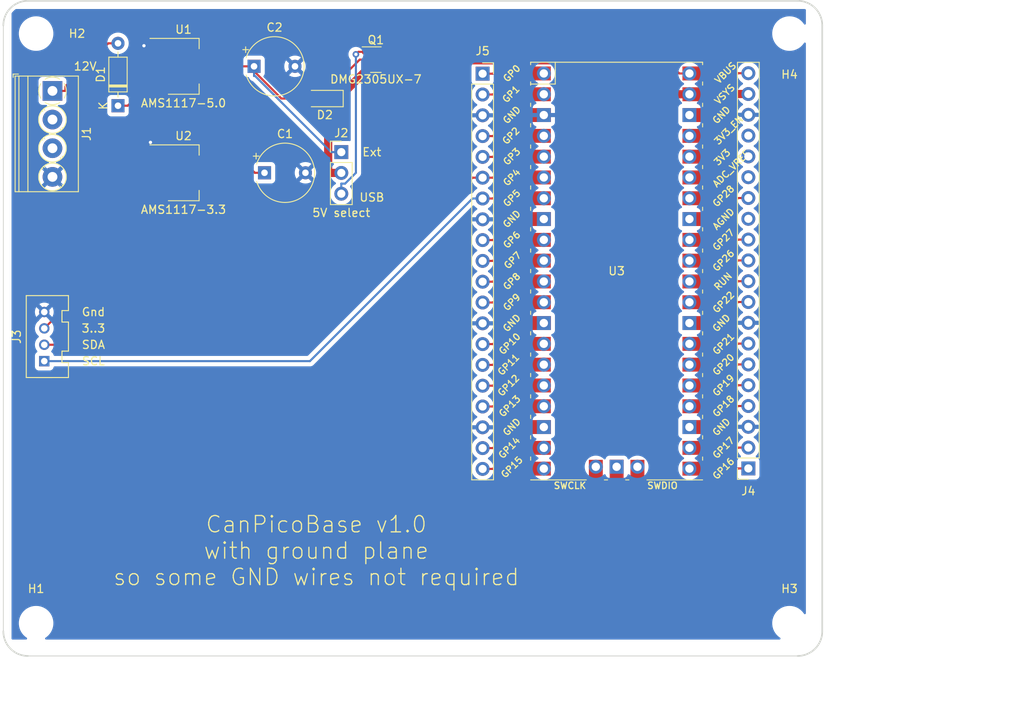
<source format=kicad_pcb>
(kicad_pcb (version 20211014) (generator pcbnew)
  (layers (0 "F.Cu" signal) (31 "B.Cu" signal) (34 "B.Paste" user) (35 "F.Paste" user) (36 "B.SilkS" user "B.Silkscreen") (37 "F.SilkS" user "F.Silkscreen") (38 "B.Mask" user) (39 "F.Mask" user) (44 "Edge.Cuts" user))
  (net 0 "")
  (net 1 "/5V")
  (net 4 "/12V")
  (net 5 "/VBUS")
  (net 6 "/VSYS")
  (net 23 "/3v3")
  (net 24 "/SDA")
  (net 25 "/SCL")
  (net 26 "Net-(D1-Pad2)")
  (net 27 "GND")
  (net 29 "Net-(J4-Pad1)")
  (net 30 "Net-(J4-Pad2)")
  (net 31 "Net-(J4-Pad4)")
  (net 32 "Net-(J4-Pad5)")
  (net 33 "Net-(J4-Pad6)")
  (net 34 "Net-(J4-Pad7)")
  (net 35 "Net-(J4-Pad9)")
  (net 36 "Net-(J4-Pad10)")
  (net 37 "Net-(J4-Pad11)")
  (net 38 "Net-(J4-Pad12)")
  (net 39 "Net-(J4-Pad14)")
  (net 40 "Net-(J5-Pad1)")
  (net 41 "Net-(J5-Pad2)")
  (net 42 "Net-(J5-Pad4)")
  (net 43 "Net-(J5-Pad5)")
  (net 44 "Net-(J5-Pad9)")
  (net 45 "Net-(J5-Pad10)")
  (net 46 "Net-(J5-Pad11)")
  (net 47 "Net-(J5-Pad12)")
  (net 48 "Net-(J5-Pad14)")
  (net 49 "Net-(J5-Pad15)")
  (net 50 "Net-(J5-Pad16)")
  (net 51 "Net-(J5-Pad17)")
  (net 52 "Net-(J5-Pad19)")
  (net 53 "Net-(J5-Pad20)")
  (footprint "MountingHole:MountingHole_3.2mm_M3" (layer "F.Cu") (at 196 96)
    (fp_text reference "H3" (at 0 -4.2) (layer "F.SilkS"))
    (fp_text value "MountingHole" hide)
    (pad "" np_thru_hole circle (at 0 0) (size 3.2 3.2) (drill 3.2) (layers *.Cu *.Mask))
  )
  (footprint "Package_TO_SOT_SMD:SOT-23" (layer "F.Cu") (at 145.4886 27.1815)
    (fp_text reference "Q1" (at 0 -2.4) (layer "F.SilkS"))
    (fp_text value "DMG2305UX-7" (at 0 2.4) (layer "F.SilkS"))
    (pad "1" smd roundrect (at -0.9375 -0.95) (size 1.475 0.6) (layers "F.Cu" "F.Paste" "F.Mask") (net 5 "/VBUS"))
    (pad "2" smd roundrect (at -0.9375 0.95) (size 1.475 0.6) (layers "F.Cu" "F.Paste" "F.Mask") (net 6 "/VSYS"))
    (pad "3" smd roundrect (at 0.9375 0) (size 1.475 0.6) (layers "F.Cu" "F.Paste" "F.Mask") (net 1 "/5V"))
  )
  (footprint "Package_TO_SOT_SMD:SOT-223-3_TabPin2" (layer "F.Cu") (at 122 41)
    (fp_text reference "U2" (at 0 -4.5) (layer "F.SilkS"))
    (fp_text value "AMS1117-3.3" (at 0 4.5) (layer "F.SilkS"))
    (pad "1" smd rect (at -3.15 -2.3) (size 2 1.5) (layers "F.Cu" "F.Paste" "F.Mask") (net 27 "GND"))
    (pad "2" smd rect (at -3.15 0) (size 2 1.5) (layers "F.Cu" "F.Paste" "F.Mask") (net 23 "/3v3"))
    (pad "2" smd rect (at 3.15 0) (size 2 3.8) (layers "F.Cu" "F.Paste" "F.Mask") (net 23 "/3v3"))
    (pad "3" smd rect (at -3.15 2.3) (size 2 1.5) (layers "F.Cu" "F.Paste" "F.Mask") (net 6 "/VSYS"))
  )
  (footprint "Diode_THT:D_DO-35_SOD27_P7.62mm_Horizontal" (layer "F.Cu") (at 114 32.81 90)
    (fp_text reference "D1" (at 3.81 -2.12 90) (layer "F.SilkS"))
    (fp_text value "1N4148")
    (fp_text user "K" (at 0 -1.8 90) (layer "F.SilkS"))
    (pad "1" thru_hole rect (at 0 0 90) (size 1.6 1.6) (drill 0.8) (layers *.Cu *.Mask) (net 4 "/12V"))
    (pad "2" thru_hole oval (at 7.62 0 90) (size 1.6 1.6) (drill 0.8) (layers *.Cu *.Mask) (net 26 "Net-(D1-Pad2)"))
  )
  (footprint "Connector_PinSocket_2.54mm:PinSocket_1x20_P2.54mm_Vertical" (layer "F.Cu") (at 158.525 28.9)
    (fp_text reference "J5" (at 0 -2.77) (layer "F.SilkS"))
    (fp_text value "Conn_01x20_Male")
    (pad "1" thru_hole rect (at 0 0) (size 1.7 1.7) (drill 1) (layers *.Cu *.Mask) (net 40 "Net-(J5-Pad1)"))
    (pad "2" thru_hole oval (at 0 2.54) (size 1.7 1.7) (drill 1) (layers *.Cu *.Mask) (net 41 "Net-(J5-Pad2)"))
    (pad "3" thru_hole oval (at 0 5.08) (size 1.7 1.7) (drill 1) (layers *.Cu *.Mask) (net 27 "GND"))
    (pad "4" thru_hole oval (at 0 7.62) (size 1.7 1.7) (drill 1) (layers *.Cu *.Mask) (net 42 "Net-(J5-Pad4)"))
    (pad "5" thru_hole oval (at 0 10.16) (size 1.7 1.7) (drill 1) (layers *.Cu *.Mask) (net 43 "Net-(J5-Pad5)"))
    (pad "6" thru_hole oval (at 0 12.7) (size 1.7 1.7) (drill 1) (layers *.Cu *.Mask) (net 24 "/SDA"))
    (pad "7" thru_hole oval (at 0 15.24) (size 1.7 1.7) (drill 1) (layers *.Cu *.Mask) (net 25 "/SCL"))
    (pad "8" thru_hole oval (at 0 17.78) (size 1.7 1.7) (drill 1) (layers *.Cu *.Mask) (net 27 "GND"))
    (pad "9" thru_hole oval (at 0 20.32) (size 1.7 1.7) (drill 1) (layers *.Cu *.Mask) (net 44 "Net-(J5-Pad9)"))
    (pad "10" thru_hole oval (at 0 22.86) (size 1.7 1.7) (drill 1) (layers *.Cu *.Mask) (net 45 "Net-(J5-Pad10)"))
    (pad "11" thru_hole oval (at 0 25.4) (size 1.7 1.7) (drill 1) (layers *.Cu *.Mask) (net 46 "Net-(J5-Pad11)"))
    (pad "12" thru_hole oval (at 0 27.94) (size 1.7 1.7) (drill 1) (layers *.Cu *.Mask) (net 47 "Net-(J5-Pad12)"))
    (pad "13" thru_hole oval (at 0 30.48) (size 1.7 1.7) (drill 1) (layers *.Cu *.Mask) (net 27 "GND"))
    (pad "14" thru_hole oval (at 0 33.02) (size 1.7 1.7) (drill 1) (layers *.Cu *.Mask) (net 48 "Net-(J5-Pad14)"))
    (pad "15" thru_hole oval (at 0 35.56) (size 1.7 1.7) (drill 1) (layers *.Cu *.Mask) (net 49 "Net-(J5-Pad15)"))
    (pad "16" thru_hole oval (at 0 38.1) (size 1.7 1.7) (drill 1) (layers *.Cu *.Mask) (net 50 "Net-(J5-Pad16)"))
    (pad "17" thru_hole oval (at 0 40.64) (size 1.7 1.7) (drill 1) (layers *.Cu *.Mask) (net 51 "Net-(J5-Pad17)"))
    (pad "18" thru_hole oval (at 0 43.18) (size 1.7 1.7) (drill 1) (layers *.Cu *.Mask) (net 27 "GND"))
    (pad "19" thru_hole oval (at 0 45.72) (size 1.7 1.7) (drill 1) (layers *.Cu *.Mask) (net 52 "Net-(J5-Pad19)"))
    (pad "20" thru_hole oval (at 0 48.26) (size 1.7 1.7) (drill 1) (layers *.Cu *.Mask) (net 53 "Net-(J5-Pad20)"))
  )
  (footprint "Diode_SMD:D_SOD-123" (layer "F.Cu") (at 139.2534 31.9345 180)
    (fp_text reference "D2" (at 0 -2) (layer "F.SilkS"))
    (fp_text value "CUS05540")
    (pad "1" smd rect (at -1.65 0 180) (size 0.9 1.2) (layers "F.Cu" "F.Paste" "F.Mask") (net 6 "/VSYS"))
    (pad "2" smd rect (at 1.65 0 180) (size 0.9 1.2) (layers "F.Cu" "F.Paste" "F.Mask") (net 1 "/5V"))
  )
  (footprint "OPL_Connector:HW4-2.0" (layer "F.Cu") (at 105 61 90)
    (fp_text reference "J3" (at -0.025 -3.375 90) (layer "F.SilkS"))
    (fp_text value "Grove 2mm")
    (pad "1" thru_hole rect locked (at -2.99974 0 90) (size 1.27 1.27) (drill 0.79756) (layers *.Cu *.Mask) (net 25 "/SCL"))
    (pad "2" thru_hole circle locked (at -0.99822 0 90) (size 1.27 1.27) (drill 0.79756) (layers *.Cu *.Mask) (net 24 "/SDA"))
    (pad "3" thru_hole circle locked (at 0.99822 0 90) (size 1.27 1.27) (drill 0.79756) (layers *.Cu *.Mask) (net 23 "/3v3"))
    (pad "4" thru_hole circle locked (at 2.99974 0 90) (size 1.27 1.27) (drill 0.79756) (layers *.Cu *.Mask) (net 27 "GND"))
  )
  (footprint "Capacitor_THT:CP_Radial_Tantal_D7.0mm_P5.00mm" (layer "F.Cu") (at 131.8924 41)
    (fp_text reference "C1" (at 2.5 -4.75) (layer "F.SilkS"))
    (fp_text value "22uF")
    (pad "1" thru_hole rect (at 0 0) (size 1.6 1.6) (drill 0.8) (layers *.Cu *.Mask) (net 23 "/3v3"))
    (pad "2" thru_hole circle (at 5 0) (size 1.6 1.6) (drill 0.8) (layers *.Cu *.Mask) (net 27 "GND"))
  )
  (footprint "MountingHole:MountingHole_3.2mm_M3" (layer "F.Cu") (at 104 96)
    (fp_text reference "H1" (at 0 -4.2) (layer "F.SilkS"))
    (fp_text value "MountingHole" hide)
    (pad "" np_thru_hole circle (at 0 0) (size 3.2 3.2) (drill 3.2) (layers *.Cu *.Mask))
  )
  (footprint "MountingHole:MountingHole_3.2mm_M3" (layer "F.Cu") (at 196 24)
    (fp_text reference "H4" (at 0 5) (layer "F.SilkS"))
    (fp_text value "MountingHole" hide)
    (pad "" np_thru_hole circle (at 0 0) (size 3.2 3.2) (drill 3.2) (layers *.Cu *.Mask))
  )
  (footprint "MCU_RaspberryPi_and_Boards:RP2040Pico" (layer "F.Cu") (at 174.89 53)
    (fp_text reference "U3" (at 0 0) (layer "F.SilkS"))
    (fp_text value "Pico")
    (fp_text user "GND" (at -12.8 19.05 45) (layer "F.SilkS") (effects (font (size 0.8 0.8))))
    (fp_text user "GND" (at 12.8 -19.05 45) (layer "F.SilkS") (effects (font (size 0.8 0.8))))
    (fp_text user "VSYS" (at 13.2 -21.59 45) (layer "F.SilkS") (effects (font (size 0.8 0.8))))
    (fp_text user "GND" (at 12.8 19.05 45) (layer "F.SilkS") (effects (font (size 0.8 0.8))))
    (fp_text user "GP18" (at 13.054 16.51 45) (layer "F.SilkS") (effects (font (size 0.8 0.8))))
    (fp_text user "GP19" (at 13.054 13.97 45) (layer "F.SilkS") (effects (font (size 0.8 0.8))))
    (fp_text user "GP5" (at -12.8 -8.89 45) (layer "F.SilkS") (effects (font (size 0.8 0.8))))
    (fp_text user "GP20" (at 13.054 11.43 45) (layer "F.SilkS") (effects (font (size 0.8 0.8))))
    (fp_text user "AGND" (at 13.054 -6.35 45) (layer "F.SilkS") (effects (font (size 0.8 0.8))))
    (fp_text user "GP1" (at -12.9 -21.6 45) (layer "F.SilkS") (effects (font (size 0.8 0.8))))
    (fp_text user "GP14" (at -13.1 21.59 45) (layer "F.SilkS") (effects (font (size 0.8 0.8))))
    (fp_text user "GP15" (at -12.791667 23.959394 45) (layer "F.SilkS") (effects (font (size 0.8 0.8))))
    (fp_text user "RUN" (at 13 1.27 45) (layer "F.SilkS") (effects (font (size 0.8 0.8))))
    (fp_text user "ADC_VREF" (at 14 -12.5 45) (layer "F.SilkS") (effects (font (size 0.8 0.8))))
    (fp_text user "GP28" (at 13.054 -9.144 45) (layer "F.SilkS") (effects (font (size 0.8 0.8))))
    (fp_text user "SWDIO" (at 5.6 26.2) (layer "F.SilkS") (effects (font (size 0.8 0.8))))
    (fp_text user "GP12" (at -13.2 13.97 45) (layer "F.SilkS") (effects (font (size 0.8 0.8))))
    (fp_text user "GP7" (at -12.7 -1.3 45) (layer "F.SilkS") (effects (font (size 0.8 0.8))))
    (fp_text user "GND" (at 12.8 6.35 45) (layer "F.SilkS") (effects (font (size 0.8 0.8))))
    (fp_text user "GND" (at -12.8 6.35 45) (layer "F.SilkS") (effects (font (size 0.8 0.8))))
    (fp_text user "GND" (at -12.8 -6.35 45) (layer "F.SilkS") (effects (font (size 0.8 0.8))))
    (fp_text user "GP26" (at 13.054 -1.27 45) (layer "F.SilkS") (effects (font (size 0.8 0.8))))
    (fp_text user "SWCLK" (at -5.7 26.2) (layer "F.SilkS") (effects (font (size 0.8 0.8))))
    (fp_text user "GP27" (at 13.054 -3.8 45) (layer "F.SilkS") (effects (font (size 0.8 0.8))))
    (fp_text user "GP4" (at -12.8 -11.43 45) (layer "F.SilkS") (effects (font (size 0.8 0.8))))
    (fp_text user "GP16" (at 13.054 24.13 45) (layer "F.SilkS") (effects (font (size 0.8 0.8))))
    (fp_text user "GP11" (at -13.2 11.43 45) (layer "F.SilkS") (effects (font (size 0.8 0.8))))
    (fp_text user "GND" (at -12.8 -19.05 45) (layer "F.SilkS") (effects (font (size 0.8 0.8))))
    (fp_text user "3V3_EN" (at 13.7 -17.2 45) (layer "F.SilkS") (effects (font (size 0.8 0.8))))
    (fp_text user "GP13" (at -13.054 16.51 45) (layer "F.SilkS") (effects (font (size 0.8 0.8))))
    (fp_text user "GP22" (at 13.054 3.81 45) (layer "F.SilkS") (effects (font (size 0.8 0.8))))
    (fp_text user "GP2" (at -12.9 -16.51 45) (layer "F.SilkS") (effects (font (size 0.8 0.8))))
    (fp_text user "GP6" (at -12.8 -3.81 45) (layer "F.SilkS") (effects (font (size 0.8 0.8))))
    (fp_text user "GP8" (at -12.8 1.27 45) (layer "F.SilkS") (effects (font (size 0.8 0.8))))
    (fp_text user "GP9" (at -12.8 3.81 45) (layer "F.SilkS") (effects (font (size 0.8 0.8))))
    (fp_text user "GP10" (at -13.054 8.89 45) (layer "F.SilkS") (effects (font (size 0.8 0.8))))
    (fp_text user "VBUS" (at 13.3 -24.2 45) (layer "F.SilkS") (effects (font (size 0.8 0.8))))
    (fp_text user "3V3" (at 12.9 -13.9 45) (layer "F.SilkS") (effects (font (size 0.8 0.8))))
    (fp_text user "GP21" (at 13.054 8.9 45) (layer "F.SilkS") (effects (font (size 0.8 0.8))))
    (fp_text user "GP0" (at -12.8 -24.13 45) (layer "F.SilkS") (effects (font (size 0.8 0.8))))
    (fp_text user "GP3" (at -12.8 -13.97 45) (layer "F.SilkS") (effects (font (size 0.8 0.8))))
    (fp_text user "GP17" (at 13.054 21.59 45) (layer "F.SilkS") (effects (font (size 0.8 0.8))))
    (pad "1" thru_hole oval (at -8.89 -24.13) (size 1.7 1.7) (drill 1.02) (layers *.Cu *.Mask) (net 40 "Net-(J5-Pad1)"))
    (pad "1" smd rect (at -8.89 -24.13) (size 3.5 1.7) (drill (offset -0.9 0)) (layers "F.Cu" "F.Mask") (net 40 "Net-(J5-Pad1)"))
    (pad "2" thru_hole oval (at -8.89 -21.59) (size 1.7 1.7) (drill 1.02) (layers *.Cu *.Mask) (net 41 "Net-(J5-Pad2)"))
    (pad "2" smd rect (at -8.89 -21.59) (size 3.5 1.7) (drill (offset -0.9 0)) (layers "F.Cu" "F.Mask") (net 41 "Net-(J5-Pad2)"))
    (pad "3" smd rect (at -8.89 -19.05) (size 3.5 1.7) (drill (offset -0.9 0)) (layers "F.Cu" "F.Mask") (net 27 "GND"))
    (pad "3" thru_hole rect (at -8.89 -19.05) (size 1.7 1.7) (drill 1.02) (layers *.Cu *.Mask) (net 27 "GND"))
    (pad "4" smd rect (at -8.89 -16.51) (size 3.5 1.7) (drill (offset -0.9 0)) (layers "F.Cu" "F.Mask") (net 42 "Net-(J5-Pad4)"))
    (pad "4" thru_hole oval (at -8.89 -16.51) (size 1.7 1.7) (drill 1.02) (layers *.Cu *.Mask) (net 42 "Net-(J5-Pad4)"))
    (pad "5" smd rect (at -8.89 -13.97) (size 3.5 1.7) (drill (offset -0.9 0)) (layers "F.Cu" "F.Mask") (net 43 "Net-(J5-Pad5)"))
    (pad "5" thru_hole oval (at -8.89 -13.97) (size 1.7 1.7) (drill 1.02) (layers *.Cu *.Mask) (net 43 "Net-(J5-Pad5)"))
    (pad "6" smd rect (at -8.89 -11.43) (size 3.5 1.7) (drill (offset -0.9 0)) (layers "F.Cu" "F.Mask") (net 24 "/SDA"))
    (pad "6" thru_hole oval (at -8.89 -11.43) (size 1.7 1.7) (drill 1.02) (layers *.Cu *.Mask) (net 24 "/SDA"))
    (pad "7" thru_hole oval (at -8.89 -8.89) (size 1.7 1.7) (drill 1.02) (layers *.Cu *.Mask) (net 25 "/SCL"))
    (pad "7" smd rect (at -8.89 -8.89) (size 3.5 1.7) (drill (offset -0.9 0)) (layers "F.Cu" "F.Mask") (net 25 "/SCL"))
    (pad "8" smd rect (at -8.89 -6.35) (size 3.5 1.7) (drill (offset -0.9 0)) (layers "F.Cu" "F.Mask"))
    (pad "8" thru_hole rect (at -8.89 -6.35) (size 1.7 1.7) (drill 1.02) (layers *.Cu *.Mask))
    (pad "9" smd rect (at -8.89 -3.81) (size 3.5 1.7) (drill (offset -0.9 0)) (layers "F.Cu" "F.Mask") (net 44 "Net-(J5-Pad9)"))
    (pad "9" thru_hole oval (at -8.89 -3.81) (size 1.7 1.7) (drill 1.02) (layers *.Cu *.Mask) (net 44 "Net-(J5-Pad9)"))
    (pad "10" smd rect (at -8.89 -1.27) (size 3.5 1.7) (drill (offset -0.9 0)) (layers "F.Cu" "F.Mask") (net 45 "Net-(J5-Pad10)"))
    (pad "10" thru_hole oval (at -8.89 -1.27) (size 1.7 1.7) (drill 1.02) (layers *.Cu *.Mask) (net 45 "Net-(J5-Pad10)"))
    (pad "11" smd rect (at -8.89 1.27) (size 3.5 1.7) (drill (offset -0.9 0)) (layers "F.Cu" "F.Mask") (net 46 "Net-(J5-Pad11)"))
    (pad "11" thru_hole oval (at -8.89 1.27) (size 1.7 1.7) (drill 1.02) (layers *.Cu *.Mask) (net 46 "Net-(J5-Pad11)"))
    (pad "12" thru_hole oval (at -8.89 3.81) (size 1.7 1.7) (drill 1.02) (layers *.Cu *.Mask) (net 47 "Net-(J5-Pad12)"))
    (pad "12" smd rect (at -8.89 3.81) (size 3.5 1.7) (drill (offset -0.9 0)) (layers "F.Cu" "F.Mask") (net 47 "Net-(J5-Pad12)"))
    (pad "13" smd rect (at -8.89 6.35) (size 3.5 1.7) (drill (offset -0.9 0)) (layers "F.Cu" "F.Mask"))
    (pad "13" thru_hole rect (at -8.89 6.35) (size 1.7 1.7) (drill 1.02) (layers *.Cu *.Mask))
    (pad "14" thru_hole oval (at -8.89 8.89) (size 1.7 1.7) (drill 1.02) (layers *.Cu *.Mask) (net 48 "Net-(J5-Pad14)"))
    (pad "14" smd rect (at -8.89 8.89) (size 3.5 1.7) (drill (offset -0.9 0)) (layers "F.Cu" "F.Mask") (net 48 "Net-(J5-Pad14)"))
    (pad "15" thru_hole oval (at -8.89 11.43) (size 1.7 1.7) (drill 1.02) (layers *.Cu *.Mask) (net 49 "Net-(J5-Pad15)"))
    (pad "15" smd rect (at -8.89 11.43) (size 3.5 1.7) (drill (offset -0.9 0)) (layers "F.Cu" "F.Mask") (net 49 "Net-(J5-Pad15)"))
    (pad "16" thru_hole oval (at -8.89 13.97) (size 1.7 1.7) (drill 1.02) (layers *.Cu *.Mask) (net 50 "Net-(J5-Pad16)"))
    (pad "16" smd rect (at -8.89 13.97) (size 3.5 1.7) (drill (offset -0.9 0)) (layers "F.Cu" "F.Mask") (net 50 "Net-(J5-Pad16)"))
    (pad "17" smd rect (at -8.89 16.51) (size 3.5 1.7) (drill (offset -0.9 0)) (layers "F.Cu" "F.Mask") (net 51 "Net-(J5-Pad17)"))
    (pad "17" thru_hole oval (at -8.89 16.51) (size 1.7 1.7) (drill 1.02) (layers *.Cu *.Mask) (net 51 "Net-(J5-Pad17)"))
    (pad "18" smd rect (at -8.89 19.05) (size 3.5 1.7) (drill (offset -0.9 0)) (layers "F.Cu" "F.Mask"))
    (pad "18" thru_hole rect (at -8.89 19.05) (size 1.7 1.7) (drill 1.02) (layers *.Cu *.Mask))
    (pad "19" thru_hole oval (at -8.89 21.59) (size 1.7 1.7) (drill 1.02) (layers *.Cu *.Mask) (net 52 "Net-(J5-Pad19)"))
    (pad "19" smd rect (at -8.89 21.59) (size 3.5 1.7) (drill (offset -0.9 0)) (layers "F.Cu" "F.Mask") (net 52 "Net-(J5-Pad19)"))
    (pad "20" smd rect (at -8.89 24.13) (size 3.5 1.7) (drill (offset -0.9 0)) (layers "F.Cu" "F.Mask") (net 53 "Net-(J5-Pad20)"))
    (pad "20" thru_hole oval (at -8.89 24.13) (size 1.7 1.7) (drill 1.02) (layers *.Cu *.Mask) (net 53 "Net-(J5-Pad20)"))
    (pad "21" smd rect (at 8.89 24.13) (size 3.5 1.7) (drill (offset 0.9 0)) (layers "F.Cu" "F.Mask") (net 29 "Net-(J4-Pad1)"))
    (pad "21" thru_hole oval (at 8.89 24.13) (size 1.7 1.7) (drill 1.02) (layers *.Cu *.Mask) (net 29 "Net-(J4-Pad1)"))
    (pad "22" thru_hole oval (at 8.89 21.59) (size 1.7 1.7) (drill 1.02) (layers *.Cu *.Mask) (net 30 "Net-(J4-Pad2)"))
    (pad "22" smd rect (at 8.89 21.59) (size 3.5 1.7) (drill (offset 0.9 0)) (layers "F.Cu" "F.Mask") (net 30 "Net-(J4-Pad2)"))
    (pad "23" smd rect (at 8.89 19.05) (size 3.5 1.7) (drill (offset 0.9 0)) (layers "F.Cu" "F.Mask"))
    (pad "23" thru_hole rect (at 8.89 19.05) (size 1.7 1.7) (drill 1.02) (layers *.Cu *.Mask))
    (pad "24" smd rect (at 8.89 16.51) (size 3.5 1.7) (drill (offset 0.9 0)) (layers "F.Cu" "F.Mask") (net 31 "Net-(J4-Pad4)"))
    (pad "24" thru_hole oval (at 8.89 16.51) (size 1.7 1.7) (drill 1.02) (layers *.Cu *.Mask) (net 31 "Net-(J4-Pad4)"))
    (pad "25" smd rect (at 8.89 13.97) (size 3.5 1.7) (drill (offset 0.9 0)) (layers "F.Cu" "F.Mask") (net 32 "Net-(J4-Pad5)"))
    (pad "25" thru_hole oval (at 8.89 13.97) (size 1.7 1.7) (drill 1.02) (layers *.Cu *.Mask) (net 32 "Net-(J4-Pad5)"))
    (pad "26" smd rect (at 8.89 11.43) (size 3.5 1.7) (drill (offset 0.9 0)) (layers "F.Cu" "F.Mask") (net 33 "Net-(J4-Pad6)"))
    (pad "26" thru_hole oval (at 8.89 11.43) (size 1.7 1.7) (drill 1.02) (layers *.Cu *.Mask) (net 33 "Net-(J4-Pad6)"))
    (pad "27" smd rect (at 8.89 8.89) (size 3.5 1.7) (drill (offset 0.9 0)) (layers "F.Cu" "F.Mask") (net 34 "Net-(J4-Pad7)"))
    (pad "27" thru_hole oval (at 8.89 8.89) (size 1.7 1.7) (drill 1.02) (layers *.Cu *.Mask) (net 34 "Net-(J4-Pad7)"))
    (pad "28" thru_hole rect (at 8.89 6.35) (size 1.7 1.7) (drill 1.02) (layers *.Cu *.Mask))
    (pad "28" smd rect (at 8.89 6.35) (size 3.5 1.7) (drill (offset 0.9 0)) (layers "F.Cu" "F.Mask"))
    (pad "29" smd rect (at 8.89 3.81) (size 3.5 1.7) (drill (offset 0.9 0)) (layers "F.Cu" "F.Mask") (net 35 "Net-(J4-Pad9)"))
    (pad "29" thru_hole oval (at 8.89 3.81) (size 1.7 1.7) (drill 1.02) (layers *.Cu *.Mask) (net 35 "Net-(J4-Pad9)"))
    (pad "30" thru_hole oval (at 8.89 1.27) (size 1.7 1.7) (drill 1.02) (layers *.Cu *.Mask) (net 36 "Net-(J4-Pad10)"))
    (pad "30" smd rect (at 8.89 1.27) (size 3.5 1.7) (drill (offset 0.9 0)) (layers "F.Cu" "F.Mask") (net 36 "Net-(J4-Pad10)"))
    (pad "31" smd rect (at 8.89 -1.27) (size 3.5 1.7) (drill (offset 0.9 0)) (layers "F.Cu" "F.Mask") (net 37 "Net-(J4-Pad11)"))
    (pad "31" thru_hole oval (at 8.89 -1.27) (size 1.7 1.7) (drill 1.02) (layers *.Cu *.Mask) (net 37 "Net-(J4-Pad11)"))
    (pad "32" smd rect (at 8.89 -3.81) (size 3.5 1.7) (drill (offset 0.9 0)) (layers "F.Cu" "F.Mask") (net 38 "Net-(J4-Pad12)"))
    (pad "32" thru_hole oval (at 8.89 -3.81) (size 1.7 1.7) (drill 1.02) (layers *.Cu *.Mask) (net 38 "Net-(J4-Pad12)"))
    (pad "33" thru_hole rect (at 8.89 -6.35) (size 1.7 1.7) (drill 1.02) (layers *.Cu *.Mask))
    (pad "33" smd rect (at 8.89 -6.35) (size 3.5 1.7) (drill (offset 0.9 0)) (layers "F.Cu" "F.Mask"))
    (pad "34" smd rect (at 8.89 -8.89) (size 3.5 1.7) (drill (offset 0.9 0)) (layers "F.Cu" "F.Mask") (net 39 "Net-(J4-Pad14)"))
    (pad "34" thru_hole oval (at 8.89 -8.89) (size 1.7 1.7) (drill 1.02) (layers *.Cu *.Mask) (net 39 "Net-(J4-Pad14)"))
    (pad "35" thru_hole oval (at 8.89 -11.43) (size 1.7 1.7) (drill 1.02) (layers *.Cu *.Mask))
    (pad "35" smd rect (at 8.89 -11.43) (size 3.5 1.7) (drill (offset 0.9 0)) (layers "F.Cu" "F.Mask"))
    (pad "36" thru_hole oval (at 8.89 -13.97) (size 1.7 1.7) (drill 1.02) (layers *.Cu *.Mask))
    (pad "36" smd rect (at 8.89 -13.97) (size 3.5 1.7) (drill (offset 0.9 0)) (layers "F.Cu" "F.Mask"))
    (pad "37" thru_hole oval (at 8.89 -16.51) (size 1.7 1.7) (drill 1.02) (layers *.Cu *.Mask))
    (pad "37" smd rect (at 8.89 -16.51) (size 3.5 1.7) (drill (offset 0.9 0)) (layers "F.Cu" "F.Mask"))
    (pad "38" thru_hole rect (at 8.89 -19.05) (size 1.7 1.7) (drill 1.02) (layers *.Cu *.Mask))
    (pad "38" smd rect (at 8.89 -19.05) (size 3.5 1.7) (drill (offset 0.9 0)) (layers "F.Cu" "F.Mask"))
    (pad "39" smd rect (at 8.89 -21.59) (size 3.5 1.7) (drill (offset 0.9 0)) (layers "F.Cu" "F.Mask") (net 6 "/VSYS"))
    (pad "39" thru_hole oval (at 8.89 -21.59) (size 1.7 1.7) (drill 1.02) (layers *.Cu *.Mask) (net 6 "/VSYS"))
    (pad "40" smd rect (at 8.89 -24.13) (size 3.5 1.7) (drill (offset 0.9 0)) (layers "F.Cu" "F.Mask") (net 5 "/VBUS"))
    (pad "40" thru_hole oval (at 8.89 -24.13) (size 1.7 1.7) (drill 1.02) (layers *.Cu *.Mask) (net 5 "/VBUS"))
    (pad "41" smd rect (at -2.54 23.9 90) (size 3.5 1.7) (drill (offset -0.9 0)) (layers "F.Cu" "F.Mask"))
    (pad "41" thru_hole oval (at -2.54 23.9) (size 1.7 1.7) (drill 1.02) (layers *.Cu *.Mask))
    (pad "42" smd rect (at 0 23.9 90) (size 3.5 1.7) (drill (offset -0.9 0)) (layers "F.Cu" "F.Mask"))
    (pad "42" thru_hole rect (at 0 23.9) (size 1.7 1.7) (drill 1.02) (layers *.Cu *.Mask))
    (pad "43" smd rect (at 2.54 23.9 90) (size 3.5 1.7) (drill (offset -0.9 0)) (layers "F.Cu" "F.Mask"))
    (pad "43" thru_hole oval (at 2.54 23.9) (size 1.7 1.7) (drill 1.02) (layers *.Cu *.Mask))
  )
  (footprint "MountingHole:MountingHole_3.2mm_M3" (layer "F.Cu") (at 104 24)
    (fp_text reference "H2" (at 5 0) (layer "F.SilkS"))
    (fp_text value "MountingHole" hide)
    (pad "" np_thru_hole circle (at 0 0) (size 3.2 3.2) (drill 3.2) (layers F&B.Cu *.Mask))
  )
  (footprint "Capacitor_THT:CP_Radial_Tantal_D7.0mm_P5.00mm" (layer "F.Cu") (at 130.6147 28)
    (fp_text reference "C2" (at 2.5 -4.75) (layer "F.SilkS"))
    (fp_text value "22uF")
    (pad "1" thru_hole rect (at 0 0) (size 1.6 1.6) (drill 0.8) (layers *.Cu *.Mask) (net 1 "/5V"))
    (pad "2" thru_hole circle (at 5 0) (size 1.6 1.6) (drill 0.8) (layers *.Cu *.Mask) (net 27 "GND"))
  )
  (footprint "Connector_PinHeader_2.54mm:PinHeader_1x03_P2.54mm_Vertical" (layer "F.Cu") (at 141.27 38.475)
    (fp_text reference "J2" (at 0 -2.33) (layer "F.SilkS"))
    (fp_text value "5V select" (at 0 7.41) (layer "F.SilkS"))
    (pad "1" thru_hole rect (at 0 0) (size 1.7 1.7) (drill 1) (layers *.Cu *.Mask) (net 1 "/5V"))
    (pad "2" thru_hole oval (at 0 2.54) (size 1.7 1.7) (drill 1) (layers *.Cu *.Mask) (net 6 "/VSYS"))
    (pad "3" thru_hole oval (at 0 5.08) (size 1.7 1.7) (drill 1) (layers *.Cu *.Mask) (net 5 "/VBUS"))
  )
  (footprint "Package_TO_SOT_SMD:SOT-223-3_TabPin2" (layer "F.Cu") (at 122 28)
    (fp_text reference "U1" (at 0 -4.5) (layer "F.SilkS"))
    (fp_text value "AMS1117-5.0" (at 0 4.5) (layer "F.SilkS"))
    (pad "1" smd rect (at -3.15 -2.3) (size 2 1.5) (layers "F.Cu" "F.Paste" "F.Mask") (net 27 "GND"))
    (pad "2" smd rect (at -3.15 0) (size 2 1.5) (layers "F.Cu" "F.Paste" "F.Mask") (net 1 "/5V"))
    (pad "2" smd rect (at 3.15 0) (size 2 3.8) (layers "F.Cu" "F.Paste" "F.Mask") (net 1 "/5V"))
    (pad "3" smd rect (at -3.15 2.3) (size 2 1.5) (layers "F.Cu" "F.Paste" "F.Mask") (net 4 "/12V"))
  )
  (footprint "Connector_PinSocket_2.54mm:PinSocket_1x20_P2.54mm_Vertical" (layer "F.Cu") (at 190.975 77.1 180)
    (fp_text reference "J4" (at 0 -2.77 180) (layer "F.SilkS"))
    (fp_text value "Conn_01x20_Male")
    (pad "1" thru_hole rect (at 0 0 180) (size 1.7 1.7) (drill 1) (layers *.Cu *.Mask) (net 29 "Net-(J4-Pad1)"))
    (pad "2" thru_hole oval (at 0 2.54 180) (size 1.7 1.7) (drill 1) (layers *.Cu *.Mask) (net 30 "Net-(J4-Pad2)"))
    (pad "3" thru_hole oval (at 0 5.08 180) (size 1.7 1.7) (drill 1) (layers *.Cu *.Mask) (net 27 "GND"))
    (pad "4" thru_hole oval (at 0 7.62 180) (size 1.7 1.7) (drill 1) (layers *.Cu *.Mask) (net 31 "Net-(J4-Pad4)"))
    (pad "5" thru_hole oval (at 0 10.16 180) (size 1.7 1.7) (drill 1) (layers *.Cu *.Mask) (net 32 "Net-(J4-Pad5)"))
    (pad "6" thru_hole oval (at 0 12.7 180) (size 1.7 1.7) (drill 1) (layers *.Cu *.Mask) (net 33 "Net-(J4-Pad6)"))
    (pad "7" thru_hole oval (at 0 15.24 180) (size 1.7 1.7) (drill 1) (layers *.Cu *.Mask) (net 34 "Net-(J4-Pad7)"))
    (pad "8" thru_hole oval (at 0 17.78 180) (size 1.7 1.7) (drill 1) (layers *.Cu *.Mask) (net 27 "GND"))
    (pad "9" thru_hole oval (at 0 20.32 180) (size 1.7 1.7) (drill 1) (layers *.Cu *.Mask) (net 35 "Net-(J4-Pad9)"))
    (pad "10" thru_hole oval (at 0 22.86 180) (size 1.7 1.7) (drill 1) (layers *.Cu *.Mask) (net 36 "Net-(J4-Pad10)"))
    (pad "11" thru_hole oval (at 0 25.4 180) (size 1.7 1.7) (drill 1) (layers *.Cu *.Mask) (net 37 "Net-(J4-Pad11)"))
    (pad "12" thru_hole oval (at 0 27.94 180) (size 1.7 1.7) (drill 1) (layers *.Cu *.Mask) (net 38 "Net-(J4-Pad12)"))
    (pad "13" thru_hole oval (at 0 30.48 180) (size 1.7 1.7) (drill 1) (layers *.Cu *.Mask))
    (pad "14" thru_hole oval (at 0 33.02 180) (size 1.7 1.7) (drill 1) (layers *.Cu *.Mask) (net 39 "Net-(J4-Pad14)"))
    (pad "15" thru_hole oval (at 0 35.56 180) (size 1.7 1.7) (drill 1) (layers *.Cu *.Mask))
    (pad "16" thru_hole oval (at 0 38.1 180) (size 1.7 1.7) (drill 1) (layers *.Cu *.Mask))
    (pad "17" thru_hole oval (at 0 40.64 180) (size 1.7 1.7) (drill 1) (layers *.Cu *.Mask))
    (pad "18" thru_hole oval (at 0 43.18 180) (size 1.7 1.7) (drill 1) (layers *.Cu *.Mask) (net 27 "GND"))
    (pad "19" thru_hole oval (at 0 45.72 180) (size 1.7 1.7) (drill 1) (layers *.Cu *.Mask) (net 6 "/VSYS"))
    (pad "20" thru_hole oval (at 0 48.26 180) (size 1.7 1.7) (drill 1) (layers *.Cu *.Mask) (net 5 "/VBUS"))
  )
  (footprint "TerminalBlock_Phoenix:TerminalBlock_Phoenix_PT-1,5-4-3.5-H_1x04_P3.50mm_Horizontal" (layer "F.Cu") (at 106 31 -90)
    (fp_text reference "J1" (at 5.25 -4.16 -90) (layer "F.SilkS"))
    (fp_text value "3.50 CBUS ")
    (pad "1" thru_hole rect (at 0 0 270) (size 2.4 2.4) (drill 1.2) (layers *.Cu *.Mask) (net 26 "Net-(D1-Pad2)"))
    (pad "2" thru_hole circle (at 3.5 0 270) (size 2.4 2.4) (drill 1.2) (layers *.Cu *.Mask))
    (pad "3" thru_hole circle (at 7 0 270) (size 2.4 2.4) (drill 1.2) (layers *.Cu *.Mask))
    (pad "4" thru_hole circle (at 10.5 0 270) (size 2.4 2.4) (drill 1.2) (layers *.Cu *.Mask) (net 27 "GND"))
  )
  (gr_line (start 197 20) (end 103 20) (layer "Edge.Cuts") (width 0.2))
  (gr_arc (start 197 20) (mid 199.12132 20.87868) (end 200 23) (layer "Edge.Cuts") (width 0.2))
  (gr_line (start 103 100) (end 197 100) (layer "Edge.Cuts") (width 0.1))
  (gr_arc (start 200 97) (mid 199.12132 99.12132) (end 197 100) (layer "Edge.Cuts") (width 0.2))
  (gr_arc (start 103 100) (mid 100.87868 99.12132) (end 100 97) (layer "Edge.Cuts") (width 0.2))
  (gr_line (start 200 23) (end 200 97) (layer "Edge.Cuts") (width 0.2))
  (gr_arc (start 100 23) (mid 100.87868 20.87868) (end 103 20) (layer "Edge.Cuts") (width 0.2))
  (gr_line (start 100 23) (end 100 97) (layer "Edge.Cuts") (width 0.1))
  (gr_text "3..3\n" (at 111 60) (layer "F.SilkS") (effects (font (size 1 1))))
  (gr_text "USB\n" (at 145 44) (layer "F.SilkS") (effects (font (size 1 1))))
  (gr_text "Ext" (at 145 38.475) (layer "F.SilkS") (effects (font (size 1 1))))
  (gr_text "CanPicoBase v1.0\nwith ground plane\nso some GND wires not required\n" (at 138.2172 87.14837) (layer "F.SilkS") (effects (font (size 2 2))))
  (gr_text "SDA" (at 111 62) (layer "F.SilkS") (effects (font (size 1 1))))
  (gr_text "Gnd\n" (at 111 58) (layer "F.SilkS") (effects (font (size 1 1))))
  (gr_text "12V" (at 110 28) (layer "F.SilkS") (effects (font (size 1 1))))
  (gr_text "SCL" (at 111 64) (layer "F.SilkS") (effects (font (size 1 1))))
  (segment (start 137.6034 31.9345) (end 138.4345 31.9345) (width 0.254) (layer "F.Cu") (net 1))
  (segment (start 125.15 27.9977) (end 120.2334 27.9977) (width 0.254) (layer "F.Cu") (net 1))
  (segment (start 125.15 28) (end 125.15 27.9988) (width 0.254) (layer "F.Cu") (net 1))
  (segment (start 133.9587 31.9345) (end 137.6034 31.9345) (width 0.254) (layer "F.Cu") (net 1))
  (segment (start 130.0242 28) (end 125.1512 28) (width 0.254) (layer "F.Cu") (net 1))
  (segment (start 130.6147 28) (end 130.0242 28) (width 0.254) (layer "F.Cu") (net 1))
  (segment (start 125.1512 28) (end 125.15 27.9988) (width 0.254) (layer "F.Cu") (net 1))
  (segment (start 120.2334 27.9977) (end 120.2311 28) (width 0.254) (layer "F.Cu") (net 1))
  (segment (start 138.4345 31.9345) (end 138.76 31.9345) (width 0.254) (layer "F.Cu") (net 1))
  (segment (start 125.15 27.9988) (end 125.15 27.9977) (width 0.254) (layer "F.Cu") (net 1))
  (segment (start 130.0242 28) (end 133.9587 31.9345) (width 0.254) (layer "F.Cu") (net 1))
  (segment (start 118.85 28) (end 120.2311 28) (width 0.254) (layer "F.Cu") (net 1))
  (segment (start 138.76 31.9345) (end 143.513 27.1815) (width 0.254) (layer "F.Cu") (net 1))
  (segment (start 143.513 27.1815) (end 146.4261 27.1815) (width 0.254) (layer "F.Cu") (net 1))
  (segment (start 130.6147 28) (end 130.6147 29.1811) (width 0.254) (layer "B.Cu") (net 1))
  (segment (start 141.27 38.475) (end 140.0389 38.475) (width 0.254) (layer "B.Cu") (net 1))
  (segment (start 140.0389 38.475) (end 130.745 29.1811) (width 0.254) (layer "B.Cu") (net 1))
  (segment (start 130.745 29.1811) (end 130.6147 29.1811) (width 0.254) (layer "B.Cu") (net 1))
  (segment (start 118.85 30.3) (end 117.4689 30.3) (width 0.254) (layer "F.Cu") (net 4))
  (segment (start 117.4689 30.5222) (end 115.1811 32.81) (width 0.254) (layer "F.Cu") (net 4))
  (segment (start 117.4689 30.3) (end 117.4689 30.5222) (width 0.254) (layer "F.Cu") (net 4))
  (segment (start 114 32.81) (end 115.1811 32.81) (width 0.254) (layer "F.Cu") (net 4))
  (segment (start 183.78 28.87) (end 182.5489 28.87) (width 0.254) (layer "F.Cu") (net 5))
  (segment (start 182.5489 28.87) (end 179.9104 26.2315) (width 0.254) (layer "F.Cu") (net 5))
  (segment (start 189.7139 28.87) (end 189.7439 28.84) (width 0.254) (layer "F.Cu") (net 5))
  (segment (start 143.053 26.5368) (end 143.3583 26.2315) (width 0.254) (layer "F.Cu") (net 5))
  (segment (start 143.3583 26.2315) (end 144.5511 26.2315) (width 0.254) (layer "F.Cu") (net 5))
  (segment (start 179.9104 26.2315) (end 144.5511 26.2315) (width 0.254) (layer "F.Cu") (net 5))
  (segment (start 190.975 28.84) (end 189.7439 28.84) (width 0.254) (layer "F.Cu") (net 5))
  (segment (start 183.78 28.87) (end 189.7139 28.87) (width 0.254) (layer "F.Cu") (net 5))
  (via (at 143.053 26.5368) (size 0.8) (drill 0.4) (layers "F.Cu" "B.Cu") (net 5))
  (segment (start 141.7317 42.3239) (end 143.053 41.0026) (width 0.254) (layer "B.Cu") (net 5))
  (segment (start 143.053 41.0026) (end 143.053 26.5368) (width 0.254) (layer "B.Cu") (net 5))
  (segment (start 141.27 42.3239) (end 141.7317 42.3239) (width 0.254) (layer "B.Cu") (net 5))
  (segment (start 141.27 43.555) (end 141.27 42.3239) (width 0.254) (layer "B.Cu") (net 5))
  (segment (start 148.5958 27.2658) (end 147.6136 28.248) (width 1) (layer "F.Cu") (net 6))
  (segment (start 118.85 43.3) (end 120.6041 43.3) (width 1) (layer "F.Cu") (net 6))
  (segment (start 140.8646 31.9345) (end 140.8258 31.9345) (width 1) (layer "F.Cu") (net 6))
  (segment (start 183.78 31.41) (end 176.0755 31.41) (width 1) (layer "F.Cu") (net 6))
  (segment (start 189.3409 31.41) (end 183.78 31.41) (width 1) (layer "F.Cu") (net 6))
  (segment (start 120.965 43.6609) (end 137.02 43.6609) (width 1) (layer "F.Cu") (net 6))
  (segment (start 176.0755 31.41) (end 171.9313 27.2658) (width 1) (layer "F.Cu") (net 6))
  (segment (start 140.8646 31.9345) (end 144.5511 28.248) (width 1) (layer "F.Cu") (net 6))
  (segment (start 147.6136 28.248) (end 144.5511 28.248) (width 1) (layer "F.Cu") (net 6))
  (segment (start 139.6659 33.0944) (end 140.8258 31.9345) (width 1) (layer "F.Cu") (net 6))
  (segment (start 140.9034 31.9345) (end 140.8646 31.9345) (width 1) (layer "F.Cu") (net 6))
  (segment (start 171.9313 27.2658) (end 148.5958 27.2658) (width 1) (layer "F.Cu") (net 6))
  (segment (start 137.02 43.6609) (end 139.6659 41.015) (width 1) (layer "F.Cu") (net 6))
  (segment (start 139.6659 41.015) (end 139.6659 33.0944) (width 1) (layer "F.Cu") (net 6))
  (segment (start 120.6041 43.3) (end 120.965 43.6609) (width 1) (layer "F.Cu") (net 6))
  (segment (start 189.3709 31.38) (end 189.3409 31.41) (width 1) (layer "F.Cu") (net 6))
  (segment (start 190.975 31.38) (end 189.3709 31.38) (width 1) (layer "F.Cu") (net 6))
  (segment (start 144.5511 28.248) (end 144.5511 28.1315) (width 1) (layer "F.Cu") (net 6))
  (segment (start 141.27 41.015) (end 139.6659 41.015) (width 1) (layer "F.Cu") (net 6))
  (segment (start 130.7113 41) (end 128.4302 38.7189) (width 0.254) (layer "F.Cu") (net 23))
  (segment (start 105 60.0018) (end 112.4783 52.5235) (width 0.254) (layer "F.Cu") (net 23))
  (segment (start 117.7189 42.1311) (end 118.85 42.1311) (width 0.254) (layer "F.Cu") (net 23))
  (segment (start 125.15 41) (end 125.15 40.2885) (width 0.254) (layer "F.Cu") (net 23))
  (segment (start 112.4783 52.5235) (end 112.4783 47.3717) (width 0.254) (layer "F.Cu") (net 23))
  (segment (start 120.9426 40.2885) (end 120.2311 41) (width 0.254) (layer "F.Cu") (net 23))
  (segment (start 131.8924 41) (end 130.7113 41) (width 0.254) (layer "F.Cu") (net 23))
  (segment (start 112.4783 47.3717) (end 117.7189 42.1311) (width 0.254) (layer "F.Cu") (net 23))
  (segment (start 128.4302 38.7189) (end 125.15 38.7189) (width 0.254) (layer "F.Cu") (net 23))
  (segment (start 125.15 40.2885) (end 125.15 38.7189) (width 0.254) (layer "F.Cu") (net 23))
  (segment (start 125.15 40.2885) (end 120.9426 40.2885) (width 0.254) (layer "F.Cu") (net 23))
  (segment (start 118.85 41) (end 118.85 42.1311) (width 0.254) (layer "F.Cu") (net 23))
  (segment (start 118.85 41) (end 120.2311 41) (width 0.254) (layer "F.Cu") (net 23))
  (segment (start 105 61.9982) (end 136.8957 61.9982) (width 0.254) (layer "F.Cu") (net 24))
  (segment (start 158.525 41.6) (end 157.2939 41.6) (width 0.254) (layer "F.Cu") (net 24))
  (segment (start 166 41.57) (end 159.7861 41.57) (width 0.254) (layer "F.Cu") (net 24))
  (segment (start 159.7861 41.57) (end 159.7561 41.6) (width 0.254) (layer "F.Cu") (net 24))
  (segment (start 158.525 41.6) (end 159.7561 41.6) (width 0.254) (layer "F.Cu") (net 24))
  (segment (start 136.8957 61.9982) (end 157.2939 41.6) (width 0.254) (layer "F.Cu") (net 24))
  (segment (start 158.525 44.14) (end 159.7561 44.14) (width 0.254) (layer "F.Cu") (net 25))
  (segment (start 166 44.11) (end 159.7861 44.11) (width 0.254) (layer "F.Cu") (net 25))
  (segment (start 159.7861 44.11) (end 159.7561 44.14) (width 0.254) (layer "F.Cu") (net 25))
  (segment (start 137.4342 63.9997) (end 157.2939 44.14) (width 0.254) (layer "B.Cu") (net 25))
  (segment (start 158.525 44.14) (end 157.2939 44.14) (width 0.254) (layer "B.Cu") (net 25))
  (segment (start 105 63.9997) (end 137.4342 63.9997) (width 0.254) (layer "B.Cu") (net 25))
  (segment (start 107.5811 30.4278) (end 112.8189 25.19) (width 0.254) (layer "F.Cu") (net 26))
  (segment (start 106 31) (end 107.5811 31) (width 0.254) (layer "F.Cu") (net 26))
  (segment (start 107.5811 31) (end 107.5811 30.4278) (width 0.254) (layer "F.Cu") (net 26))
  (segment (start 114 25.19) (end 112.8189 25.19) (width 0.254) (layer "F.Cu") (net 26))
  (segment (start 117.2529 25.484) (end 117.4689 25.7) (width 0.254) (layer "F.Cu") (net 27))
  (segment (start 117.1691 25.484) (end 117.2529 25.484) (width 0.254) (layer "F.Cu") (net 27))
  (segment (start 118.85 25.7) (end 117.4689 25.7) (width 0.254) (layer "F.Cu") (net 27))
  (segment (start 118.2489 37.5689) (end 118.85 37.5689) (width 0.254) (layer "F.Cu") (net 27))
  (segment (start 117.9659 37.2859) (end 118.2489 37.5689) (width 0.254) (layer "F.Cu") (net 27))
  (segment (start 118.85 38.7) (end 118.85 37.5689) (width 0.254) (layer "F.Cu") (net 27))
  (via (at 117.9659 37.2859) (size 0.8) (drill 0.4) (layers "F.Cu" "B.Cu") (net 27))
  (via (at 117.1691 25.484) (size 0.8) (drill 0.4) (layers "F.Cu" "B.Cu") (net 27))
  (segment (start 183.78 77.13) (end 189.7139 77.13) (width 0.254) (layer "F.Cu") (net 29))
  (segment (start 189.7139 77.13) (end 189.7439 77.1) (width 0.254) (layer "F.Cu") (net 29))
  (segment (start 190.975 77.1) (end 189.7439 77.1) (width 0.254) (layer "F.Cu") (net 29))
  (segment (start 190.975 74.56) (end 189.7439 74.56) (width 0.254) (layer "F.Cu") (net 30))
  (segment (start 183.78 74.59) (end 189.7139 74.59) (width 0.254) (layer "F.Cu") (net 30))
  (segment (start 189.7139 74.59) (end 189.7439 74.56) (width 0.254) (layer "F.Cu") (net 30))
  (segment (start 189.7139 69.51) (end 189.7439 69.48) (width 0.254) (layer "F.Cu") (net 31))
  (segment (start 183.78 69.51) (end 189.7139 69.51) (width 0.254) (layer "F.Cu") (net 31))
  (segment (start 190.975 69.48) (end 189.7439 69.48) (width 0.254) (layer "F.Cu") (net 31))
  (segment (start 189.7139 66.97) (end 189.7439 66.94) (width 0.254) (layer "F.Cu") (net 32))
  (segment (start 183.78 66.97) (end 189.7139 66.97) (width 0.254) (layer "F.Cu") (net 32))
  (segment (start 190.975 66.94) (end 189.7439 66.94) (width 0.254) (layer "F.Cu") (net 32))
  (segment (start 190.975 64.4) (end 189.7439 64.4) (width 0.254) (layer "F.Cu") (net 33))
  (segment (start 189.7139 64.43) (end 189.7439 64.4) (width 0.254) (layer "F.Cu") (net 33))
  (segment (start 183.78 64.43) (end 189.7139 64.43) (width 0.254) (layer "F.Cu") (net 33))
  (segment (start 190.975 61.86) (end 189.7439 61.86) (width 0.254) (layer "F.Cu") (net 34))
  (segment (start 183.78 61.89) (end 189.7139 61.89) (width 0.254) (layer "F.Cu") (net 34))
  (segment (start 189.7139 61.89) (end 189.7439 61.86) (width 0.254) (layer "F.Cu") (net 34))
  (segment (start 183.78 56.81) (end 189.7139 56.81) (width 0.254) (layer "F.Cu") (net 35))
  (segment (start 189.7139 56.81) (end 189.7439 56.78) (width 0.254) (layer "F.Cu") (net 35))
  (segment (start 190.975 56.78) (end 189.7439 56.78) (width 0.254) (layer "F.Cu") (net 35))
  (segment (start 183.78 54.27) (end 189.7139 54.27) (width 0.254) (layer "F.Cu") (net 36))
  (segment (start 189.7139 54.27) (end 189.7439 54.24) (width 0.254) (layer "F.Cu") (net 36))
  (segment (start 190.975 54.24) (end 189.7439 54.24) (width 0.254) (layer "F.Cu") (net 36))
  (segment (start 190.975 51.7) (end 189.7439 51.7) (width 0.254) (layer "F.Cu") (net 37))
  (segment (start 183.78 51.73) (end 189.7139 51.73) (width 0.254) (layer "F.Cu") (net 37))
  (segment (start 189.7139 51.73) (end 189.7439 51.7) (width 0.254) (layer "F.Cu") (net 37))
  (segment (start 190.975 49.16) (end 189.7439 49.16) (width 0.254) (layer "F.Cu") (net 38))
  (segment (start 183.78 49.19) (end 189.7139 49.19) (width 0.254) (layer "F.Cu") (net 38))
  (segment (start 189.7139 49.19) (end 189.7439 49.16) (width 0.254) (layer "F.Cu") (net 38))
  (segment (start 183.78 44.11) (end 189.7139 44.11) (width 0.254) (layer "F.Cu") (net 39))
  (segment (start 189.7139 44.11) (end 189.7439 44.08) (width 0.254) (layer "F.Cu") (net 39))
  (segment (start 190.975 44.08) (end 189.7439 44.08) (width 0.254) (layer "F.Cu") (net 39))
  (segment (start 158.525 28.9) (end 159.7561 28.9) (width 0.254) (layer "F.Cu") (net 40))
  (segment (start 159.7861 28.87) (end 159.7561 28.9) (width 0.254) (layer "F.Cu") (net 40))
  (segment (start 166 28.87) (end 159.7861 28.87) (width 0.254) (layer "F.Cu") (net 40))
  (segment (start 158.525 31.44) (end 159.7561 31.44) (width 0.254) (layer "F.Cu") (net 41))
  (segment (start 159.7861 31.41) (end 159.7561 31.44) (width 0.254) (layer "F.Cu") (net 41))
  (segment (start 166 31.41) (end 159.7861 31.41) (width 0.254) (layer "F.Cu") (net 41))
  (segment (start 158.525 36.52) (end 159.7561 36.52) (width 0.254) (layer "F.Cu") (net 42))
  (segment (start 159.7861 36.49) (end 159.7561 36.52) (width 0.254) (layer "F.Cu") (net 42))
  (segment (start 166 36.49) (end 159.7861 36.49) (width 0.254) (layer "F.Cu") (net 42))
  (segment (start 166 39.03) (end 159.7861 39.03) (width 0.254) (layer "F.Cu") (net 43))
  (segment (start 158.525 39.06) (end 159.7561 39.06) (width 0.254) (layer "F.Cu") (net 43))
  (segment (start 159.7861 39.03) (end 159.7561 39.06) (width 0.254) (layer "F.Cu") (net 43))
  (segment (start 166 49.19) (end 159.7861 49.19) (width 0.254) (layer "F.Cu") (net 44))
  (segment (start 158.525 49.22) (end 159.7561 49.22) (width 0.254) (layer "F.Cu") (net 44))
  (segment (start 159.7861 49.19) (end 159.7561 49.22) (width 0.254) (layer "F.Cu") (net 44))
  (segment (start 158.525 51.76) (end 159.7561 51.76) (width 0.254) (layer "F.Cu") (net 45))
  (segment (start 166 51.73) (end 159.7861 51.73) (width 0.254) (layer "F.Cu") (net 45))
  (segment (start 159.7861 51.73) (end 159.7561 51.76) (width 0.254) (layer "F.Cu") (net 45))
  (segment (start 159.7861 54.27) (end 159.7561 54.3) (width 0.254) (layer "F.Cu") (net 46))
  (segment (start 166 54.27) (end 159.7861 54.27) (width 0.254) (layer "F.Cu") (net 46))
  (segment (start 158.525 54.3) (end 159.7561 54.3) (width 0.254) (layer "F.Cu") (net 46))
  (segment (start 159.7861 56.81) (end 159.7561 56.84) (width 0.254) (layer "F.Cu") (net 47))
  (segment (start 158.525 56.84) (end 159.7561 56.84) (width 0.254) (layer "F.Cu") (net 47))
  (segment (start 166 56.81) (end 159.7861 56.81) (width 0.254) (layer "F.Cu") (net 47))
  (segment (start 158.525 61.92) (end 159.7561 61.92) (width 0.254) (layer "F.Cu") (net 48))
  (segment (start 159.7861 61.89) (end 159.7561 61.92) (width 0.254) (layer "F.Cu") (net 48))
  (segment (start 166 61.89) (end 159.7861 61.89) (width 0.254) (layer "F.Cu") (net 48))
  (segment (start 159.7861 64.43) (end 159.7561 64.46) (width 0.254) (layer "F.Cu") (net 49))
  (segment (start 166 64.43) (end 159.7861 64.43) (width 0.254) (layer "F.Cu") (net 49))
  (segment (start 158.525 64.46) (end 159.7561 64.46) (width 0.254) (layer "F.Cu") (net 49))
  (segment (start 159.7861 66.97) (end 159.7561 67) (width 0.254) (layer "F.Cu") (net 50))
  (segment (start 158.525 67) (end 159.7561 67) (width 0.254) (layer "F.Cu") (net 50))
  (segment (start 166 66.97) (end 159.7861 66.97) (width 0.254) (layer "F.Cu") (net 50))
  (segment (start 166 69.51) (end 159.7861 69.51) (width 0.254) (layer "F.Cu") (net 51))
  (segment (start 159.7861 69.51) (end 159.7561 69.54) (width 0.254) (layer "F.Cu") (net 51))
  (segment (start 158.525 69.54) (end 159.7561 69.54) (width 0.254) (layer "F.Cu") (net 51))
  (segment (start 159.7861 74.59) (end 159.7561 74.62) (width 0.254) (layer "F.Cu") (net 52))
  (segment (start 166 74.59) (end 159.7861 74.59) (width 0.254) (layer "F.Cu") (net 52))
  (segment (start 158.525 74.62) (end 159.7561 74.62) (width 0.254) (layer "F.Cu") (net 52))
  (segment (start 159.7861 77.13) (end 159.7561 77.16) (width 0.254) (layer "F.Cu") (net 53))
  (segment (start 166 77.13) (end 159.7861 77.13) (width 0.254) (layer "F.Cu") (net 53))
  (segment (start 158.525 77.16) (end 159.7561 77.16) (width 0.254) (layer "F.Cu") (net 53))
  (zone (net 27) (net_name "GND") (layer "B.Cu") (connect_pads (clearance 0.508)) (min_thickness 0.254) (fill yes (thermal_gap 0.508) (thermal_bridge_width 0.508))
    (polygon (pts (xy 198 98) (xy 101 98) (xy 101 21) (xy 198 21)))
  )
)
</source>
